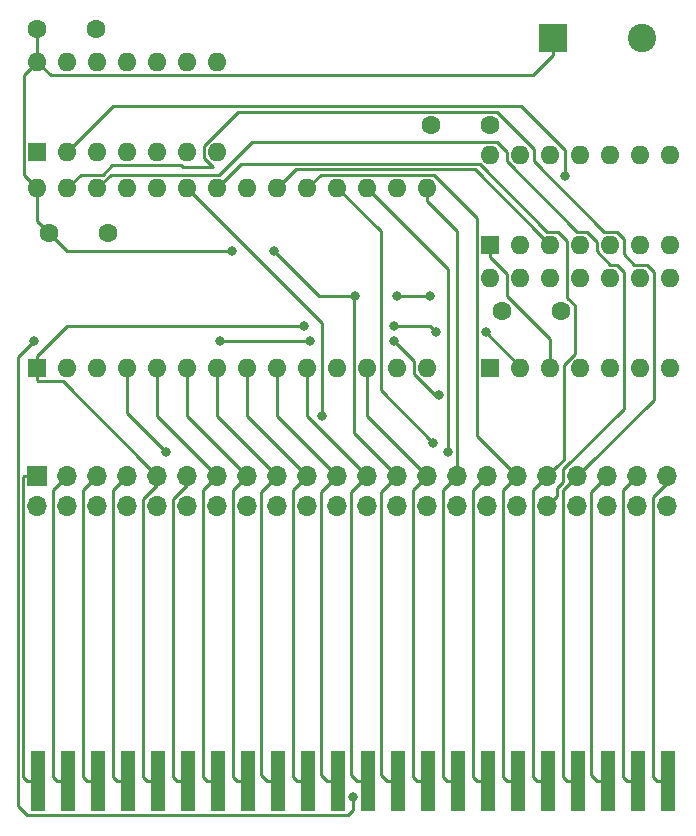
<source format=gtl>
G04 #@! TF.GenerationSoftware,KiCad,Pcbnew,(5.1.5-0)*
G04 #@! TF.CreationDate,2022-08-30T11:13:50-04:00*
G04 #@! TF.ProjectId,breakout_board,62726561-6b6f-4757-945f-626f6172642e,rev?*
G04 #@! TF.SameCoordinates,Original*
G04 #@! TF.FileFunction,Copper,L1,Top*
G04 #@! TF.FilePolarity,Positive*
%FSLAX46Y46*%
G04 Gerber Fmt 4.6, Leading zero omitted, Abs format (unit mm)*
G04 Created by KiCad (PCBNEW (5.1.5-0)) date 2022-08-30 11:13:50*
%MOMM*%
%LPD*%
G04 APERTURE LIST*
%ADD10O,1.600000X1.600000*%
%ADD11R,1.600000X1.600000*%
%ADD12C,1.600000*%
%ADD13C,2.400000*%
%ADD14R,2.400000X2.400000*%
%ADD15R,1.270000X5.080000*%
%ADD16O,1.700000X1.700000*%
%ADD17R,1.700000X1.700000*%
%ADD18C,0.800000*%
%ADD19C,0.250000*%
G04 APERTURE END LIST*
D10*
X132588000Y-53594000D03*
X147828000Y-61214000D03*
X135128000Y-53594000D03*
X145288000Y-61214000D03*
X137668000Y-53594000D03*
X142748000Y-61214000D03*
X140208000Y-53594000D03*
X140208000Y-61214000D03*
X142748000Y-53594000D03*
X137668000Y-61214000D03*
X145288000Y-53594000D03*
X135128000Y-61214000D03*
X147828000Y-53594000D03*
D11*
X132588000Y-61214000D03*
D10*
X170942000Y-61468000D03*
X186182000Y-69088000D03*
X173482000Y-61468000D03*
X183642000Y-69088000D03*
X176022000Y-61468000D03*
X181102000Y-69088000D03*
X178562000Y-61468000D03*
X178562000Y-69088000D03*
X181102000Y-61468000D03*
X176022000Y-69088000D03*
X183642000Y-61468000D03*
X173482000Y-69088000D03*
X186182000Y-61468000D03*
D11*
X170942000Y-69088000D03*
D10*
X170942000Y-71882000D03*
X186182000Y-79502000D03*
X173482000Y-71882000D03*
X183642000Y-79502000D03*
X176022000Y-71882000D03*
X181102000Y-79502000D03*
X178562000Y-71882000D03*
X178562000Y-79502000D03*
X181102000Y-71882000D03*
X176022000Y-79502000D03*
X183642000Y-71882000D03*
X173482000Y-79502000D03*
X186182000Y-71882000D03*
D11*
X170942000Y-79502000D03*
D10*
X132588000Y-64262000D03*
X165608000Y-79502000D03*
X135128000Y-64262000D03*
X163068000Y-79502000D03*
X137668000Y-64262000D03*
X160528000Y-79502000D03*
X140208000Y-64262000D03*
X157988000Y-79502000D03*
X142748000Y-64262000D03*
X155448000Y-79502000D03*
X145288000Y-64262000D03*
X152908000Y-79502000D03*
X147828000Y-64262000D03*
X150368000Y-79502000D03*
X150368000Y-64262000D03*
X147828000Y-79502000D03*
X152908000Y-64262000D03*
X145288000Y-79502000D03*
X155448000Y-64262000D03*
X142748000Y-79502000D03*
X157988000Y-64262000D03*
X140208000Y-79502000D03*
X160528000Y-64262000D03*
X137668000Y-79502000D03*
X163068000Y-64262000D03*
X135128000Y-79502000D03*
X165608000Y-64262000D03*
D11*
X132588000Y-79502000D03*
D12*
X176958000Y-74676000D03*
X171958000Y-74676000D03*
X165942000Y-58928000D03*
X170942000Y-58928000D03*
X137588000Y-50800000D03*
X132588000Y-50800000D03*
X138604000Y-68072000D03*
X133604000Y-68072000D03*
D13*
X183776000Y-51562000D03*
D14*
X176276000Y-51562000D03*
D15*
X132626100Y-114452400D03*
X135166100Y-114452400D03*
X137706100Y-114452400D03*
X140246100Y-114452400D03*
X142786100Y-114452400D03*
X145326100Y-114452400D03*
X147866100Y-114452400D03*
X150406100Y-114452400D03*
X152946100Y-114452400D03*
X155486100Y-114452400D03*
X158026100Y-114452400D03*
X160566100Y-114452400D03*
X163106100Y-114452400D03*
X165646100Y-114452400D03*
X168186100Y-114452400D03*
X170726100Y-114452400D03*
X173266100Y-114452400D03*
X175806100Y-114452400D03*
X178346100Y-114452400D03*
X180886100Y-114452400D03*
X183426100Y-114452400D03*
X185966100Y-114452400D03*
D16*
X185928000Y-91186000D03*
X185928000Y-88646000D03*
X183388000Y-91186000D03*
X183388000Y-88646000D03*
X180848000Y-91186000D03*
X180848000Y-88646000D03*
X178308000Y-91186000D03*
X178308000Y-88646000D03*
X175768000Y-91186000D03*
X175768000Y-88646000D03*
X173228000Y-91186000D03*
X173228000Y-88646000D03*
X170688000Y-91186000D03*
X170688000Y-88646000D03*
X168148000Y-91186000D03*
X168148000Y-88646000D03*
X165608000Y-91186000D03*
X165608000Y-88646000D03*
X163068000Y-91186000D03*
X163068000Y-88646000D03*
X160528000Y-91186000D03*
X160528000Y-88646000D03*
X157988000Y-91186000D03*
X157988000Y-88646000D03*
X155448000Y-91186000D03*
X155448000Y-88646000D03*
X152908000Y-91186000D03*
X152908000Y-88646000D03*
X150368000Y-91186000D03*
X150368000Y-88646000D03*
X147828000Y-91186000D03*
X147828000Y-88646000D03*
X145288000Y-91186000D03*
X145288000Y-88646000D03*
X142748000Y-91186000D03*
X142748000Y-88646000D03*
X140208000Y-91186000D03*
X140208000Y-88646000D03*
X137668000Y-91186000D03*
X137668000Y-88646000D03*
X135128000Y-91186000D03*
X135128000Y-88646000D03*
X132588000Y-91186000D03*
D17*
X132588000Y-88646000D03*
D18*
X155194000Y-75946000D03*
X162814000Y-75946000D03*
X166370000Y-76454000D03*
X170541999Y-76454000D03*
X167386000Y-86614000D03*
X148082000Y-77216000D03*
X155702000Y-77216000D03*
X162814000Y-77216000D03*
X166624000Y-81788000D03*
X143510000Y-86614000D03*
X156718000Y-83566000D03*
X132334000Y-77216000D03*
X159331098Y-115824000D03*
X166116000Y-85852000D03*
X159512000Y-73406000D03*
X163068000Y-73406000D03*
X165862000Y-73406000D03*
X152654000Y-69596000D03*
X149098000Y-69596000D03*
X177292000Y-63246000D03*
D19*
X131741100Y-114452400D02*
X132626100Y-114452400D01*
X131412999Y-114124299D02*
X131741100Y-114452400D01*
X131412999Y-88721001D02*
X131412999Y-114124299D01*
X131488000Y-88646000D02*
X131412999Y-88721001D01*
X132588000Y-88646000D02*
X131488000Y-88646000D01*
X134281100Y-114452400D02*
X135166100Y-114452400D01*
X133952999Y-114124299D02*
X134281100Y-114452400D01*
X133952999Y-89821001D02*
X133952999Y-114124299D01*
X135128000Y-88646000D02*
X133952999Y-89821001D01*
X136492999Y-114124299D02*
X136821100Y-114452400D01*
X136492999Y-89821001D02*
X136492999Y-114124299D01*
X136821100Y-114452400D02*
X137706100Y-114452400D01*
X137668000Y-88646000D02*
X136492999Y-89821001D01*
X139361100Y-114452400D02*
X140246100Y-114452400D01*
X139032999Y-114124299D02*
X139361100Y-114452400D01*
X139032999Y-89821001D02*
X139032999Y-114124299D01*
X140208000Y-88646000D02*
X139032999Y-89821001D01*
X141572999Y-114124299D02*
X141901100Y-114452400D01*
X141572999Y-90621999D02*
X141572999Y-114124299D01*
X142748000Y-89446998D02*
X141572999Y-90621999D01*
X141901100Y-114452400D02*
X142786100Y-114452400D01*
X142748000Y-88646000D02*
X142748000Y-89446998D01*
X141898001Y-87796001D02*
X142748000Y-88646000D01*
X132663001Y-80627001D02*
X134729001Y-80627001D01*
X134729001Y-80627001D02*
X141898001Y-87796001D01*
X132588000Y-80552000D02*
X132663001Y-80627001D01*
X132588000Y-79502000D02*
X132588000Y-80552000D01*
X132588000Y-78452000D02*
X135094000Y-75946000D01*
X135094000Y-75946000D02*
X155194000Y-75946000D01*
X132588000Y-79502000D02*
X132588000Y-78452000D01*
X165862000Y-75946000D02*
X166370000Y-76454000D01*
X162814000Y-75946000D02*
X165862000Y-75946000D01*
X173482000Y-79394001D02*
X173482000Y-79502000D01*
X170541999Y-76454000D02*
X173482000Y-79394001D01*
X144112999Y-114124299D02*
X144441100Y-114452400D01*
X144441100Y-114452400D02*
X145326100Y-114452400D01*
X144112999Y-90621999D02*
X144112999Y-114124299D01*
X145288000Y-89446998D02*
X144112999Y-90621999D01*
X145288000Y-88646000D02*
X145288000Y-89446998D01*
X146981100Y-114452400D02*
X147866100Y-114452400D01*
X146652999Y-114124299D02*
X146981100Y-114452400D01*
X146652999Y-89821001D02*
X146652999Y-114124299D01*
X147828000Y-88646000D02*
X146652999Y-89821001D01*
X142748000Y-83566000D02*
X147828000Y-88646000D01*
X142748000Y-79502000D02*
X142748000Y-83566000D01*
X149521100Y-114452400D02*
X150406100Y-114452400D01*
X149192999Y-114124299D02*
X149521100Y-114452400D01*
X149192999Y-89821001D02*
X149192999Y-114124299D01*
X150368000Y-88646000D02*
X149192999Y-89821001D01*
X145288000Y-83566000D02*
X150368000Y-88646000D01*
X145288000Y-79502000D02*
X145288000Y-83566000D01*
X151543001Y-113934301D02*
X152061100Y-114452400D01*
X152061100Y-114452400D02*
X152946100Y-114452400D01*
X151543001Y-90010999D02*
X151543001Y-113934301D01*
X152908000Y-88646000D02*
X151543001Y-90010999D01*
X152058001Y-87796001D02*
X152908000Y-88646000D01*
X147828000Y-83566000D02*
X152058001Y-87796001D01*
X147828000Y-79502000D02*
X147828000Y-83566000D01*
X154601100Y-114452400D02*
X155486100Y-114452400D01*
X154272999Y-114124299D02*
X154601100Y-114452400D01*
X154272999Y-89821001D02*
X154272999Y-114124299D01*
X155448000Y-88646000D02*
X154272999Y-89821001D01*
X150368000Y-83566000D02*
X155448000Y-88646000D01*
X150368000Y-79502000D02*
X150368000Y-83566000D01*
X157141100Y-114452400D02*
X158026100Y-114452400D01*
X156623001Y-113934301D02*
X157141100Y-114452400D01*
X156623001Y-90010999D02*
X156623001Y-113934301D01*
X157988000Y-88646000D02*
X156623001Y-90010999D01*
X152908000Y-83566000D02*
X157988000Y-88646000D01*
X152908000Y-79502000D02*
X152908000Y-83566000D01*
X159681100Y-114452400D02*
X160566100Y-114452400D01*
X159163001Y-113934301D02*
X159681100Y-114452400D01*
X159163001Y-90010999D02*
X159163001Y-113934301D01*
X160528000Y-88646000D02*
X159163001Y-90010999D01*
X155448000Y-83566000D02*
X160528000Y-88646000D01*
X155448000Y-79502000D02*
X155448000Y-83566000D01*
X164761100Y-114452400D02*
X165646100Y-114452400D01*
X164432999Y-114124299D02*
X164761100Y-114452400D01*
X164432999Y-89821001D02*
X164432999Y-114124299D01*
X165608000Y-88646000D02*
X164432999Y-89821001D01*
X160528000Y-83566000D02*
X165608000Y-88646000D01*
X160528000Y-79502000D02*
X160528000Y-83566000D01*
X167301100Y-114452400D02*
X168186100Y-114452400D01*
X166972999Y-114124299D02*
X167301100Y-114452400D01*
X166972999Y-89821001D02*
X166972999Y-114124299D01*
X168148000Y-88646000D02*
X166972999Y-89821001D01*
X168148000Y-87443919D02*
X168148000Y-88646000D01*
X168148000Y-67933370D02*
X168148000Y-87443919D01*
X165608000Y-65393370D02*
X168148000Y-67933370D01*
X165608000Y-64262000D02*
X165608000Y-65393370D01*
X169841100Y-114452400D02*
X170726100Y-114452400D01*
X169512999Y-114124299D02*
X169841100Y-114452400D01*
X169512999Y-89821001D02*
X169512999Y-114124299D01*
X170688000Y-88646000D02*
X169512999Y-89821001D01*
X167386000Y-71120000D02*
X167386000Y-86614000D01*
X160528000Y-64262000D02*
X167386000Y-71120000D01*
X172381100Y-114452400D02*
X173266100Y-114452400D01*
X172052999Y-114124299D02*
X172381100Y-114452400D01*
X172052999Y-89821001D02*
X172052999Y-114124299D01*
X173228000Y-88646000D02*
X172052999Y-89821001D01*
X172378001Y-87796001D02*
X173228000Y-88646000D01*
X169816999Y-85234999D02*
X172378001Y-87796001D01*
X169816999Y-66805997D02*
X169816999Y-85234999D01*
X166148001Y-63136999D02*
X169816999Y-66805997D01*
X156573001Y-63136999D02*
X166148001Y-63136999D01*
X155448000Y-64262000D02*
X156573001Y-63136999D01*
X174921100Y-114452400D02*
X175806100Y-114452400D01*
X174592999Y-114124299D02*
X174921100Y-114452400D01*
X174592999Y-89821001D02*
X174592999Y-114124299D01*
X175768000Y-88646000D02*
X174592999Y-89821001D01*
X176617999Y-87796001D02*
X175768000Y-88646000D01*
X177147001Y-79251997D02*
X177147001Y-87266999D01*
X178083001Y-78315997D02*
X177147001Y-79251997D01*
X178083001Y-74197001D02*
X178083001Y-78315997D01*
X177436999Y-73550999D02*
X178083001Y-74197001D01*
X177147001Y-87266999D02*
X176617999Y-87796001D01*
X177436999Y-68724999D02*
X177436999Y-73550999D01*
X176674999Y-67962999D02*
X177436999Y-68724999D01*
X175771997Y-67962999D02*
X176674999Y-67962999D01*
X170045979Y-62236981D02*
X175771997Y-67962999D01*
X149853019Y-62236981D02*
X170045979Y-62236981D01*
X147828000Y-64262000D02*
X149853019Y-62236981D01*
X177461100Y-114452400D02*
X178346100Y-114452400D01*
X177132999Y-114124299D02*
X177461100Y-114452400D01*
X177132999Y-89821001D02*
X177132999Y-114124299D01*
X178308000Y-88646000D02*
X177132999Y-89821001D01*
X179157999Y-87796001D02*
X178308000Y-88646000D01*
X184767001Y-82186999D02*
X179157999Y-87796001D01*
X184767001Y-71341999D02*
X184767001Y-82186999D01*
X184182001Y-70756999D02*
X184767001Y-71341999D01*
X182227001Y-69882001D02*
X183101999Y-70756999D01*
X183101999Y-70756999D02*
X184182001Y-70756999D01*
X181642001Y-67962999D02*
X182227001Y-68547999D01*
X180561999Y-67962999D02*
X181642001Y-67962999D01*
X174607001Y-62008001D02*
X180561999Y-67962999D01*
X174607001Y-60927999D02*
X174607001Y-62008001D01*
X171482001Y-57802999D02*
X174607001Y-60927999D01*
X146702999Y-60673999D02*
X149573999Y-57802999D01*
X146702999Y-61754001D02*
X146702999Y-60673999D01*
X147432998Y-62484000D02*
X146702999Y-61754001D01*
X144892998Y-62484000D02*
X147432998Y-62484000D01*
X144747999Y-62339001D02*
X144892998Y-62484000D01*
X138954589Y-62339001D02*
X144747999Y-62339001D01*
X138156591Y-63136999D02*
X138954589Y-62339001D01*
X182227001Y-68547999D02*
X182227001Y-69882001D01*
X149573999Y-57802999D02*
X171482001Y-57802999D01*
X136253001Y-63136999D02*
X138156591Y-63136999D01*
X135128000Y-64262000D02*
X136253001Y-63136999D01*
X179483001Y-113934301D02*
X180001100Y-114452400D01*
X180001100Y-114452400D02*
X180886100Y-114452400D01*
X179483001Y-90010999D02*
X179483001Y-113934301D01*
X180848000Y-88646000D02*
X179483001Y-90010999D01*
X182541100Y-114452400D02*
X183426100Y-114452400D01*
X182212999Y-114124299D02*
X182541100Y-114452400D01*
X182212999Y-89821001D02*
X182212999Y-114124299D01*
X183388000Y-88646000D02*
X182212999Y-89821001D01*
X184752999Y-114124299D02*
X185081100Y-114452400D01*
X185081100Y-114452400D02*
X185966100Y-114452400D01*
X184752999Y-90432001D02*
X184752999Y-114124299D01*
X185928000Y-89257000D02*
X184752999Y-90432001D01*
X185928000Y-88646000D02*
X185928000Y-89257000D01*
X148082000Y-77216000D02*
X155702000Y-77216000D01*
X166228998Y-81788000D02*
X166624000Y-81788000D01*
X164482999Y-78884999D02*
X164482999Y-80042001D01*
X164482999Y-80042001D02*
X166228998Y-81788000D01*
X162814000Y-77216000D02*
X164482999Y-78884999D01*
X140208000Y-83312000D02*
X143510000Y-86614000D01*
X140208000Y-79502000D02*
X140208000Y-83312000D01*
X156718000Y-75692000D02*
X156718000Y-83566000D01*
X145288000Y-64262000D02*
X156718000Y-75692000D01*
X159331098Y-116907404D02*
X159331098Y-115824000D01*
X158921101Y-117317401D02*
X159331098Y-116907404D01*
X131731099Y-117317401D02*
X158921101Y-117317401D01*
X130962990Y-116549292D02*
X131731099Y-117317401D01*
X130962990Y-78587010D02*
X130962990Y-116549292D01*
X132334000Y-77216000D02*
X130962990Y-78587010D01*
X161653001Y-81389001D02*
X166116000Y-85852000D01*
X161653001Y-67927001D02*
X161653001Y-81389001D01*
X157988000Y-64262000D02*
X161653001Y-67927001D01*
X176617999Y-90336001D02*
X175768000Y-91186000D01*
X176617999Y-89699591D02*
X176617999Y-90336001D01*
X177132999Y-89184591D02*
X176617999Y-89699591D01*
X177132999Y-88081999D02*
X177132999Y-89184591D01*
X182227001Y-82987997D02*
X177132999Y-88081999D01*
X182227001Y-71341999D02*
X182227001Y-82987997D01*
X181642001Y-70756999D02*
X182227001Y-71341999D01*
X179976999Y-69628001D02*
X181105997Y-70756999D01*
X179976999Y-68837997D02*
X179976999Y-69628001D01*
X179102001Y-67962999D02*
X179976999Y-68837997D01*
X172356999Y-61217997D02*
X172356999Y-62008001D01*
X171482001Y-60342999D02*
X172356999Y-61217997D01*
X150731001Y-60342999D02*
X171482001Y-60342999D01*
X172356999Y-62008001D02*
X178311997Y-67962999D01*
X147937001Y-63136999D02*
X150731001Y-60342999D01*
X181105997Y-70756999D02*
X181642001Y-70756999D01*
X178311997Y-67962999D02*
X179102001Y-67962999D01*
X138793001Y-63136999D02*
X147937001Y-63136999D01*
X137668000Y-64262000D02*
X138793001Y-63136999D01*
X162221100Y-114452400D02*
X163106100Y-114452400D01*
X161703001Y-113934301D02*
X162221100Y-114452400D01*
X161703001Y-90010999D02*
X161703001Y-113934301D01*
X163068000Y-88646000D02*
X161703001Y-90010999D01*
X132588000Y-67056000D02*
X133604000Y-68072000D01*
X132588000Y-64262000D02*
X132588000Y-67056000D01*
X131788001Y-54393999D02*
X132588000Y-53594000D01*
X131462999Y-54719001D02*
X131788001Y-54393999D01*
X131462999Y-63136999D02*
X131462999Y-54719001D01*
X132588000Y-64262000D02*
X131462999Y-63136999D01*
X132588000Y-52462630D02*
X132588000Y-50800000D01*
X132588000Y-53594000D02*
X132588000Y-52462630D01*
X176276000Y-53012000D02*
X176276000Y-51562000D01*
X174568999Y-54719001D02*
X176276000Y-53012000D01*
X133713001Y-54719001D02*
X174568999Y-54719001D01*
X132588000Y-53594000D02*
X133713001Y-54719001D01*
X159402999Y-73515001D02*
X159512000Y-73406000D01*
X159402999Y-84980999D02*
X159402999Y-73515001D01*
X163068000Y-88646000D02*
X159402999Y-84980999D01*
X163068000Y-73406000D02*
X165862000Y-73406000D01*
X156464000Y-73406000D02*
X152654000Y-69596000D01*
X159512000Y-73406000D02*
X156464000Y-73406000D01*
X135128000Y-69596000D02*
X133604000Y-68072000D01*
X149098000Y-69596000D02*
X135128000Y-69596000D01*
X175222001Y-68288001D02*
X176022000Y-69088000D01*
X169620990Y-62686990D02*
X175222001Y-68288001D01*
X154483010Y-62686990D02*
X169620990Y-62686990D01*
X152908000Y-64262000D02*
X154483010Y-62686990D01*
X176022000Y-78370630D02*
X176022000Y-79502000D01*
X176022000Y-77074998D02*
X176022000Y-78370630D01*
X172356999Y-73409997D02*
X176022000Y-77074998D01*
X172356999Y-71552999D02*
X172356999Y-73409997D01*
X170942000Y-70138000D02*
X172356999Y-71552999D01*
X170942000Y-69088000D02*
X170942000Y-70138000D01*
X138989010Y-57352990D02*
X173571992Y-57352990D01*
X177292000Y-61072998D02*
X177292000Y-63246000D01*
X173571992Y-57352990D02*
X177292000Y-61072998D01*
X135128000Y-61214000D02*
X138989010Y-57352990D01*
M02*

</source>
